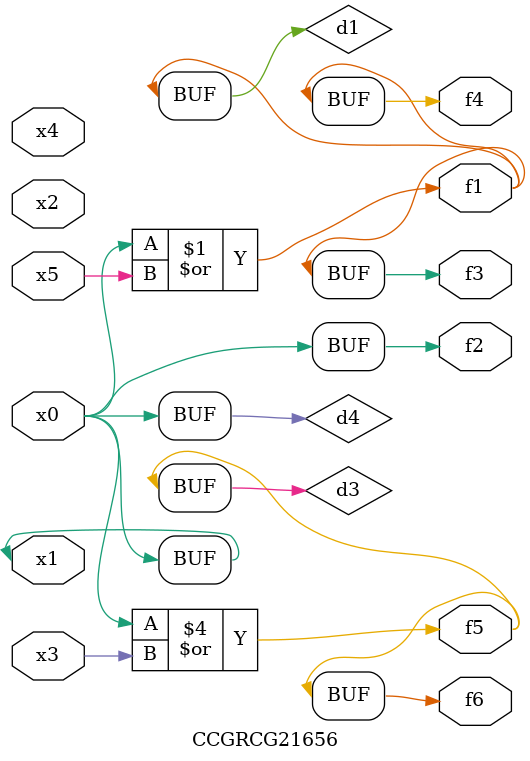
<source format=v>
module CCGRCG21656(
	input x0, x1, x2, x3, x4, x5,
	output f1, f2, f3, f4, f5, f6
);

	wire d1, d2, d3, d4;

	or (d1, x0, x5);
	xnor (d2, x1, x4);
	or (d3, x0, x3);
	buf (d4, x0, x1);
	assign f1 = d1;
	assign f2 = d4;
	assign f3 = d1;
	assign f4 = d1;
	assign f5 = d3;
	assign f6 = d3;
endmodule

</source>
